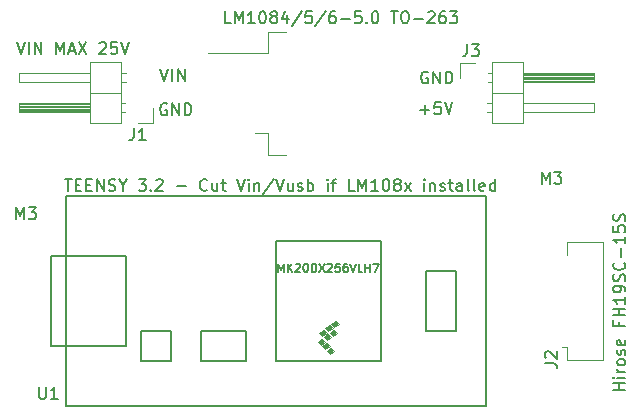
<source format=gbr>
G04 #@! TF.GenerationSoftware,KiCad,Pcbnew,(5.1.5)-2*
G04 #@! TF.CreationDate,2019-12-03T22:48:31+10:00*
G04 #@! TF.ProjectId,teensy-carrier,7465656e-7379-42d6-9361-72726965722e,rev?*
G04 #@! TF.SameCoordinates,Original*
G04 #@! TF.FileFunction,Legend,Top*
G04 #@! TF.FilePolarity,Positive*
%FSLAX46Y46*%
G04 Gerber Fmt 4.6, Leading zero omitted, Abs format (unit mm)*
G04 Created by KiCad (PCBNEW (5.1.5)-2) date 2019-12-03 22:48:31*
%MOMM*%
%LPD*%
G04 APERTURE LIST*
%ADD10C,0.150000*%
%ADD11C,0.120000*%
%ADD12C,0.100000*%
G04 APERTURE END LIST*
D10*
X670190476Y-382952380D02*
X670190476Y-381952380D01*
X670523809Y-382666666D01*
X670857142Y-381952380D01*
X670857142Y-382952380D01*
X671238095Y-381952380D02*
X671857142Y-381952380D01*
X671523809Y-382333333D01*
X671666666Y-382333333D01*
X671761904Y-382380952D01*
X671809523Y-382428571D01*
X671857142Y-382523809D01*
X671857142Y-382761904D01*
X671809523Y-382857142D01*
X671761904Y-382904761D01*
X671666666Y-382952380D01*
X671380952Y-382952380D01*
X671285714Y-382904761D01*
X671238095Y-382857142D01*
X714690476Y-379952380D02*
X714690476Y-378952380D01*
X715023809Y-379666666D01*
X715357142Y-378952380D01*
X715357142Y-379952380D01*
X715738095Y-378952380D02*
X716357142Y-378952380D01*
X716023809Y-379333333D01*
X716166666Y-379333333D01*
X716261904Y-379380952D01*
X716309523Y-379428571D01*
X716357142Y-379523809D01*
X716357142Y-379761904D01*
X716309523Y-379857142D01*
X716261904Y-379904761D01*
X716166666Y-379952380D01*
X715880952Y-379952380D01*
X715785714Y-379904761D01*
X715738095Y-379857142D01*
X721752380Y-397428571D02*
X720752380Y-397428571D01*
X721228571Y-397428571D02*
X721228571Y-396857142D01*
X721752380Y-396857142D02*
X720752380Y-396857142D01*
X721752380Y-396380952D02*
X721085714Y-396380952D01*
X720752380Y-396380952D02*
X720800000Y-396428571D01*
X720847619Y-396380952D01*
X720800000Y-396333333D01*
X720752380Y-396380952D01*
X720847619Y-396380952D01*
X721752380Y-395904761D02*
X721085714Y-395904761D01*
X721276190Y-395904761D02*
X721180952Y-395857142D01*
X721133333Y-395809523D01*
X721085714Y-395714285D01*
X721085714Y-395619047D01*
X721752380Y-395142857D02*
X721704761Y-395238095D01*
X721657142Y-395285714D01*
X721561904Y-395333333D01*
X721276190Y-395333333D01*
X721180952Y-395285714D01*
X721133333Y-395238095D01*
X721085714Y-395142857D01*
X721085714Y-395000000D01*
X721133333Y-394904761D01*
X721180952Y-394857142D01*
X721276190Y-394809523D01*
X721561904Y-394809523D01*
X721657142Y-394857142D01*
X721704761Y-394904761D01*
X721752380Y-395000000D01*
X721752380Y-395142857D01*
X721704761Y-394428571D02*
X721752380Y-394333333D01*
X721752380Y-394142857D01*
X721704761Y-394047619D01*
X721609523Y-394000000D01*
X721561904Y-394000000D01*
X721466666Y-394047619D01*
X721419047Y-394142857D01*
X721419047Y-394285714D01*
X721371428Y-394380952D01*
X721276190Y-394428571D01*
X721228571Y-394428571D01*
X721133333Y-394380952D01*
X721085714Y-394285714D01*
X721085714Y-394142857D01*
X721133333Y-394047619D01*
X721704761Y-393190476D02*
X721752380Y-393285714D01*
X721752380Y-393476190D01*
X721704761Y-393571428D01*
X721609523Y-393619047D01*
X721228571Y-393619047D01*
X721133333Y-393571428D01*
X721085714Y-393476190D01*
X721085714Y-393285714D01*
X721133333Y-393190476D01*
X721228571Y-393142857D01*
X721323809Y-393142857D01*
X721419047Y-393619047D01*
X721228571Y-391619047D02*
X721228571Y-391952380D01*
X721752380Y-391952380D02*
X720752380Y-391952380D01*
X720752380Y-391476190D01*
X721752380Y-391095238D02*
X720752380Y-391095238D01*
X721228571Y-391095238D02*
X721228571Y-390523809D01*
X721752380Y-390523809D02*
X720752380Y-390523809D01*
X721752380Y-389523809D02*
X721752380Y-390095238D01*
X721752380Y-389809523D02*
X720752380Y-389809523D01*
X720895238Y-389904761D01*
X720990476Y-390000000D01*
X721038095Y-390095238D01*
X721752380Y-389047619D02*
X721752380Y-388857142D01*
X721704761Y-388761904D01*
X721657142Y-388714285D01*
X721514285Y-388619047D01*
X721323809Y-388571428D01*
X720942857Y-388571428D01*
X720847619Y-388619047D01*
X720800000Y-388666666D01*
X720752380Y-388761904D01*
X720752380Y-388952380D01*
X720800000Y-389047619D01*
X720847619Y-389095238D01*
X720942857Y-389142857D01*
X721180952Y-389142857D01*
X721276190Y-389095238D01*
X721323809Y-389047619D01*
X721371428Y-388952380D01*
X721371428Y-388761904D01*
X721323809Y-388666666D01*
X721276190Y-388619047D01*
X721180952Y-388571428D01*
X721704761Y-388190476D02*
X721752380Y-388047619D01*
X721752380Y-387809523D01*
X721704761Y-387714285D01*
X721657142Y-387666666D01*
X721561904Y-387619047D01*
X721466666Y-387619047D01*
X721371428Y-387666666D01*
X721323809Y-387714285D01*
X721276190Y-387809523D01*
X721228571Y-388000000D01*
X721180952Y-388095238D01*
X721133333Y-388142857D01*
X721038095Y-388190476D01*
X720942857Y-388190476D01*
X720847619Y-388142857D01*
X720800000Y-388095238D01*
X720752380Y-388000000D01*
X720752380Y-387761904D01*
X720800000Y-387619047D01*
X721657142Y-386619047D02*
X721704761Y-386666666D01*
X721752380Y-386809523D01*
X721752380Y-386904761D01*
X721704761Y-387047619D01*
X721609523Y-387142857D01*
X721514285Y-387190476D01*
X721323809Y-387238095D01*
X721180952Y-387238095D01*
X720990476Y-387190476D01*
X720895238Y-387142857D01*
X720800000Y-387047619D01*
X720752380Y-386904761D01*
X720752380Y-386809523D01*
X720800000Y-386666666D01*
X720847619Y-386619047D01*
X721371428Y-386190476D02*
X721371428Y-385428571D01*
X721752380Y-384428571D02*
X721752380Y-385000000D01*
X721752380Y-384714285D02*
X720752380Y-384714285D01*
X720895238Y-384809523D01*
X720990476Y-384904761D01*
X721038095Y-385000000D01*
X720752380Y-383523809D02*
X720752380Y-384000000D01*
X721228571Y-384047619D01*
X721180952Y-384000000D01*
X721133333Y-383904761D01*
X721133333Y-383666666D01*
X721180952Y-383571428D01*
X721228571Y-383523809D01*
X721323809Y-383476190D01*
X721561904Y-383476190D01*
X721657142Y-383523809D01*
X721704761Y-383571428D01*
X721752380Y-383666666D01*
X721752380Y-383904761D01*
X721704761Y-384000000D01*
X721657142Y-384047619D01*
X721704761Y-383095238D02*
X721752380Y-382952380D01*
X721752380Y-382714285D01*
X721704761Y-382619047D01*
X721657142Y-382571428D01*
X721561904Y-382523809D01*
X721466666Y-382523809D01*
X721371428Y-382571428D01*
X721323809Y-382619047D01*
X721276190Y-382714285D01*
X721228571Y-382904761D01*
X721180952Y-383000000D01*
X721133333Y-383047619D01*
X721038095Y-383095238D01*
X720942857Y-383095238D01*
X720847619Y-383047619D01*
X720800000Y-383000000D01*
X720752380Y-382904761D01*
X720752380Y-382666666D01*
X720800000Y-382523809D01*
X674314285Y-379552380D02*
X674885714Y-379552380D01*
X674600000Y-380552380D02*
X674600000Y-379552380D01*
X675219047Y-380028571D02*
X675552380Y-380028571D01*
X675695238Y-380552380D02*
X675219047Y-380552380D01*
X675219047Y-379552380D01*
X675695238Y-379552380D01*
X676123809Y-380028571D02*
X676457142Y-380028571D01*
X676600000Y-380552380D02*
X676123809Y-380552380D01*
X676123809Y-379552380D01*
X676600000Y-379552380D01*
X677028571Y-380552380D02*
X677028571Y-379552380D01*
X677600000Y-380552380D01*
X677600000Y-379552380D01*
X678028571Y-380504761D02*
X678171428Y-380552380D01*
X678409523Y-380552380D01*
X678504761Y-380504761D01*
X678552380Y-380457142D01*
X678600000Y-380361904D01*
X678600000Y-380266666D01*
X678552380Y-380171428D01*
X678504761Y-380123809D01*
X678409523Y-380076190D01*
X678219047Y-380028571D01*
X678123809Y-379980952D01*
X678076190Y-379933333D01*
X678028571Y-379838095D01*
X678028571Y-379742857D01*
X678076190Y-379647619D01*
X678123809Y-379600000D01*
X678219047Y-379552380D01*
X678457142Y-379552380D01*
X678600000Y-379600000D01*
X679219047Y-380076190D02*
X679219047Y-380552380D01*
X678885714Y-379552380D02*
X679219047Y-380076190D01*
X679552380Y-379552380D01*
X680552380Y-379552380D02*
X681171428Y-379552380D01*
X680838095Y-379933333D01*
X680980952Y-379933333D01*
X681076190Y-379980952D01*
X681123809Y-380028571D01*
X681171428Y-380123809D01*
X681171428Y-380361904D01*
X681123809Y-380457142D01*
X681076190Y-380504761D01*
X680980952Y-380552380D01*
X680695238Y-380552380D01*
X680600000Y-380504761D01*
X680552380Y-380457142D01*
X681600000Y-380457142D02*
X681647619Y-380504761D01*
X681600000Y-380552380D01*
X681552380Y-380504761D01*
X681600000Y-380457142D01*
X681600000Y-380552380D01*
X682028571Y-379647619D02*
X682076190Y-379600000D01*
X682171428Y-379552380D01*
X682409523Y-379552380D01*
X682504761Y-379600000D01*
X682552380Y-379647619D01*
X682600000Y-379742857D01*
X682600000Y-379838095D01*
X682552380Y-379980952D01*
X681980952Y-380552380D01*
X682600000Y-380552380D01*
X683790476Y-380171428D02*
X684552380Y-380171428D01*
X686361904Y-380457142D02*
X686314285Y-380504761D01*
X686171428Y-380552380D01*
X686076190Y-380552380D01*
X685933333Y-380504761D01*
X685838095Y-380409523D01*
X685790476Y-380314285D01*
X685742857Y-380123809D01*
X685742857Y-379980952D01*
X685790476Y-379790476D01*
X685838095Y-379695238D01*
X685933333Y-379600000D01*
X686076190Y-379552380D01*
X686171428Y-379552380D01*
X686314285Y-379600000D01*
X686361904Y-379647619D01*
X687219047Y-379885714D02*
X687219047Y-380552380D01*
X686790476Y-379885714D02*
X686790476Y-380409523D01*
X686838095Y-380504761D01*
X686933333Y-380552380D01*
X687076190Y-380552380D01*
X687171428Y-380504761D01*
X687219047Y-380457142D01*
X687552380Y-379885714D02*
X687933333Y-379885714D01*
X687695238Y-379552380D02*
X687695238Y-380409523D01*
X687742857Y-380504761D01*
X687838095Y-380552380D01*
X687933333Y-380552380D01*
X688885714Y-379552380D02*
X689219047Y-380552380D01*
X689552380Y-379552380D01*
X689885714Y-380552380D02*
X689885714Y-379885714D01*
X689885714Y-379552380D02*
X689838095Y-379600000D01*
X689885714Y-379647619D01*
X689933333Y-379600000D01*
X689885714Y-379552380D01*
X689885714Y-379647619D01*
X690361904Y-379885714D02*
X690361904Y-380552380D01*
X690361904Y-379980952D02*
X690409523Y-379933333D01*
X690504761Y-379885714D01*
X690647619Y-379885714D01*
X690742857Y-379933333D01*
X690790476Y-380028571D01*
X690790476Y-380552380D01*
X691980952Y-379504761D02*
X691123809Y-380790476D01*
X692171428Y-379552380D02*
X692504761Y-380552380D01*
X692838095Y-379552380D01*
X693600000Y-379885714D02*
X693600000Y-380552380D01*
X693171428Y-379885714D02*
X693171428Y-380409523D01*
X693219047Y-380504761D01*
X693314285Y-380552380D01*
X693457142Y-380552380D01*
X693552380Y-380504761D01*
X693600000Y-380457142D01*
X694028571Y-380504761D02*
X694123809Y-380552380D01*
X694314285Y-380552380D01*
X694409523Y-380504761D01*
X694457142Y-380409523D01*
X694457142Y-380361904D01*
X694409523Y-380266666D01*
X694314285Y-380219047D01*
X694171428Y-380219047D01*
X694076190Y-380171428D01*
X694028571Y-380076190D01*
X694028571Y-380028571D01*
X694076190Y-379933333D01*
X694171428Y-379885714D01*
X694314285Y-379885714D01*
X694409523Y-379933333D01*
X694885714Y-380552380D02*
X694885714Y-379552380D01*
X694885714Y-379933333D02*
X694980952Y-379885714D01*
X695171428Y-379885714D01*
X695266666Y-379933333D01*
X695314285Y-379980952D01*
X695361904Y-380076190D01*
X695361904Y-380361904D01*
X695314285Y-380457142D01*
X695266666Y-380504761D01*
X695171428Y-380552380D01*
X694980952Y-380552380D01*
X694885714Y-380504761D01*
X696552380Y-380552380D02*
X696552380Y-379885714D01*
X696552380Y-379552380D02*
X696504761Y-379600000D01*
X696552380Y-379647619D01*
X696600000Y-379600000D01*
X696552380Y-379552380D01*
X696552380Y-379647619D01*
X696885714Y-379885714D02*
X697266666Y-379885714D01*
X697028571Y-380552380D02*
X697028571Y-379695238D01*
X697076190Y-379600000D01*
X697171428Y-379552380D01*
X697266666Y-379552380D01*
X698838095Y-380552380D02*
X698361904Y-380552380D01*
X698361904Y-379552380D01*
X699171428Y-380552380D02*
X699171428Y-379552380D01*
X699504761Y-380266666D01*
X699838095Y-379552380D01*
X699838095Y-380552380D01*
X700838095Y-380552380D02*
X700266666Y-380552380D01*
X700552380Y-380552380D02*
X700552380Y-379552380D01*
X700457142Y-379695238D01*
X700361904Y-379790476D01*
X700266666Y-379838095D01*
X701457142Y-379552380D02*
X701552380Y-379552380D01*
X701647619Y-379600000D01*
X701695238Y-379647619D01*
X701742857Y-379742857D01*
X701790476Y-379933333D01*
X701790476Y-380171428D01*
X701742857Y-380361904D01*
X701695238Y-380457142D01*
X701647619Y-380504761D01*
X701552380Y-380552380D01*
X701457142Y-380552380D01*
X701361904Y-380504761D01*
X701314285Y-380457142D01*
X701266666Y-380361904D01*
X701219047Y-380171428D01*
X701219047Y-379933333D01*
X701266666Y-379742857D01*
X701314285Y-379647619D01*
X701361904Y-379600000D01*
X701457142Y-379552380D01*
X702361904Y-379980952D02*
X702266666Y-379933333D01*
X702219047Y-379885714D01*
X702171428Y-379790476D01*
X702171428Y-379742857D01*
X702219047Y-379647619D01*
X702266666Y-379600000D01*
X702361904Y-379552380D01*
X702552380Y-379552380D01*
X702647619Y-379600000D01*
X702695238Y-379647619D01*
X702742857Y-379742857D01*
X702742857Y-379790476D01*
X702695238Y-379885714D01*
X702647619Y-379933333D01*
X702552380Y-379980952D01*
X702361904Y-379980952D01*
X702266666Y-380028571D01*
X702219047Y-380076190D01*
X702171428Y-380171428D01*
X702171428Y-380361904D01*
X702219047Y-380457142D01*
X702266666Y-380504761D01*
X702361904Y-380552380D01*
X702552380Y-380552380D01*
X702647619Y-380504761D01*
X702695238Y-380457142D01*
X702742857Y-380361904D01*
X702742857Y-380171428D01*
X702695238Y-380076190D01*
X702647619Y-380028571D01*
X702552380Y-379980952D01*
X703076190Y-380552380D02*
X703600000Y-379885714D01*
X703076190Y-379885714D02*
X703600000Y-380552380D01*
X704742857Y-380552380D02*
X704742857Y-379885714D01*
X704742857Y-379552380D02*
X704695238Y-379600000D01*
X704742857Y-379647619D01*
X704790476Y-379600000D01*
X704742857Y-379552380D01*
X704742857Y-379647619D01*
X705219047Y-379885714D02*
X705219047Y-380552380D01*
X705219047Y-379980952D02*
X705266666Y-379933333D01*
X705361904Y-379885714D01*
X705504761Y-379885714D01*
X705600000Y-379933333D01*
X705647619Y-380028571D01*
X705647619Y-380552380D01*
X706076190Y-380504761D02*
X706171428Y-380552380D01*
X706361904Y-380552380D01*
X706457142Y-380504761D01*
X706504761Y-380409523D01*
X706504761Y-380361904D01*
X706457142Y-380266666D01*
X706361904Y-380219047D01*
X706219047Y-380219047D01*
X706123809Y-380171428D01*
X706076190Y-380076190D01*
X706076190Y-380028571D01*
X706123809Y-379933333D01*
X706219047Y-379885714D01*
X706361904Y-379885714D01*
X706457142Y-379933333D01*
X706790476Y-379885714D02*
X707171428Y-379885714D01*
X706933333Y-379552380D02*
X706933333Y-380409523D01*
X706980952Y-380504761D01*
X707076190Y-380552380D01*
X707171428Y-380552380D01*
X707933333Y-380552380D02*
X707933333Y-380028571D01*
X707885714Y-379933333D01*
X707790476Y-379885714D01*
X707600000Y-379885714D01*
X707504761Y-379933333D01*
X707933333Y-380504761D02*
X707838095Y-380552380D01*
X707600000Y-380552380D01*
X707504761Y-380504761D01*
X707457142Y-380409523D01*
X707457142Y-380314285D01*
X707504761Y-380219047D01*
X707600000Y-380171428D01*
X707838095Y-380171428D01*
X707933333Y-380123809D01*
X708552380Y-380552380D02*
X708457142Y-380504761D01*
X708409523Y-380409523D01*
X708409523Y-379552380D01*
X709076190Y-380552380D02*
X708980952Y-380504761D01*
X708933333Y-380409523D01*
X708933333Y-379552380D01*
X709838095Y-380504761D02*
X709742857Y-380552380D01*
X709552380Y-380552380D01*
X709457142Y-380504761D01*
X709409523Y-380409523D01*
X709409523Y-380028571D01*
X709457142Y-379933333D01*
X709552380Y-379885714D01*
X709742857Y-379885714D01*
X709838095Y-379933333D01*
X709885714Y-380028571D01*
X709885714Y-380123809D01*
X709409523Y-380219047D01*
X710742857Y-380552380D02*
X710742857Y-379552380D01*
X710742857Y-380504761D02*
X710647619Y-380552380D01*
X710457142Y-380552380D01*
X710361904Y-380504761D01*
X710314285Y-380457142D01*
X710266666Y-380361904D01*
X710266666Y-380076190D01*
X710314285Y-379980952D01*
X710361904Y-379933333D01*
X710457142Y-379885714D01*
X710647619Y-379885714D01*
X710742857Y-379933333D01*
X688390476Y-366352380D02*
X687914285Y-366352380D01*
X687914285Y-365352380D01*
X688723809Y-366352380D02*
X688723809Y-365352380D01*
X689057142Y-366066666D01*
X689390476Y-365352380D01*
X689390476Y-366352380D01*
X690390476Y-366352380D02*
X689819047Y-366352380D01*
X690104761Y-366352380D02*
X690104761Y-365352380D01*
X690009523Y-365495238D01*
X689914285Y-365590476D01*
X689819047Y-365638095D01*
X691009523Y-365352380D02*
X691104761Y-365352380D01*
X691200000Y-365400000D01*
X691247619Y-365447619D01*
X691295238Y-365542857D01*
X691342857Y-365733333D01*
X691342857Y-365971428D01*
X691295238Y-366161904D01*
X691247619Y-366257142D01*
X691200000Y-366304761D01*
X691104761Y-366352380D01*
X691009523Y-366352380D01*
X690914285Y-366304761D01*
X690866666Y-366257142D01*
X690819047Y-366161904D01*
X690771428Y-365971428D01*
X690771428Y-365733333D01*
X690819047Y-365542857D01*
X690866666Y-365447619D01*
X690914285Y-365400000D01*
X691009523Y-365352380D01*
X691914285Y-365780952D02*
X691819047Y-365733333D01*
X691771428Y-365685714D01*
X691723809Y-365590476D01*
X691723809Y-365542857D01*
X691771428Y-365447619D01*
X691819047Y-365400000D01*
X691914285Y-365352380D01*
X692104761Y-365352380D01*
X692200000Y-365400000D01*
X692247619Y-365447619D01*
X692295238Y-365542857D01*
X692295238Y-365590476D01*
X692247619Y-365685714D01*
X692200000Y-365733333D01*
X692104761Y-365780952D01*
X691914285Y-365780952D01*
X691819047Y-365828571D01*
X691771428Y-365876190D01*
X691723809Y-365971428D01*
X691723809Y-366161904D01*
X691771428Y-366257142D01*
X691819047Y-366304761D01*
X691914285Y-366352380D01*
X692104761Y-366352380D01*
X692200000Y-366304761D01*
X692247619Y-366257142D01*
X692295238Y-366161904D01*
X692295238Y-365971428D01*
X692247619Y-365876190D01*
X692200000Y-365828571D01*
X692104761Y-365780952D01*
X693152380Y-365685714D02*
X693152380Y-366352380D01*
X692914285Y-365304761D02*
X692676190Y-366019047D01*
X693295238Y-366019047D01*
X694390476Y-365304761D02*
X693533333Y-366590476D01*
X695200000Y-365352380D02*
X694723809Y-365352380D01*
X694676190Y-365828571D01*
X694723809Y-365780952D01*
X694819047Y-365733333D01*
X695057142Y-365733333D01*
X695152380Y-365780952D01*
X695200000Y-365828571D01*
X695247619Y-365923809D01*
X695247619Y-366161904D01*
X695200000Y-366257142D01*
X695152380Y-366304761D01*
X695057142Y-366352380D01*
X694819047Y-366352380D01*
X694723809Y-366304761D01*
X694676190Y-366257142D01*
X696390476Y-365304761D02*
X695533333Y-366590476D01*
X697152380Y-365352380D02*
X696961904Y-365352380D01*
X696866666Y-365400000D01*
X696819047Y-365447619D01*
X696723809Y-365590476D01*
X696676190Y-365780952D01*
X696676190Y-366161904D01*
X696723809Y-366257142D01*
X696771428Y-366304761D01*
X696866666Y-366352380D01*
X697057142Y-366352380D01*
X697152380Y-366304761D01*
X697200000Y-366257142D01*
X697247619Y-366161904D01*
X697247619Y-365923809D01*
X697200000Y-365828571D01*
X697152380Y-365780952D01*
X697057142Y-365733333D01*
X696866666Y-365733333D01*
X696771428Y-365780952D01*
X696723809Y-365828571D01*
X696676190Y-365923809D01*
X697676190Y-365971428D02*
X698438095Y-365971428D01*
X699390476Y-365352380D02*
X698914285Y-365352380D01*
X698866666Y-365828571D01*
X698914285Y-365780952D01*
X699009523Y-365733333D01*
X699247619Y-365733333D01*
X699342857Y-365780952D01*
X699390476Y-365828571D01*
X699438095Y-365923809D01*
X699438095Y-366161904D01*
X699390476Y-366257142D01*
X699342857Y-366304761D01*
X699247619Y-366352380D01*
X699009523Y-366352380D01*
X698914285Y-366304761D01*
X698866666Y-366257142D01*
X699866666Y-366257142D02*
X699914285Y-366304761D01*
X699866666Y-366352380D01*
X699819047Y-366304761D01*
X699866666Y-366257142D01*
X699866666Y-366352380D01*
X700533333Y-365352380D02*
X700628571Y-365352380D01*
X700723809Y-365400000D01*
X700771428Y-365447619D01*
X700819047Y-365542857D01*
X700866666Y-365733333D01*
X700866666Y-365971428D01*
X700819047Y-366161904D01*
X700771428Y-366257142D01*
X700723809Y-366304761D01*
X700628571Y-366352380D01*
X700533333Y-366352380D01*
X700438095Y-366304761D01*
X700390476Y-366257142D01*
X700342857Y-366161904D01*
X700295238Y-365971428D01*
X700295238Y-365733333D01*
X700342857Y-365542857D01*
X700390476Y-365447619D01*
X700438095Y-365400000D01*
X700533333Y-365352380D01*
X701914285Y-365352380D02*
X702485714Y-365352380D01*
X702200000Y-366352380D02*
X702200000Y-365352380D01*
X703009523Y-365352380D02*
X703200000Y-365352380D01*
X703295238Y-365400000D01*
X703390476Y-365495238D01*
X703438095Y-365685714D01*
X703438095Y-366019047D01*
X703390476Y-366209523D01*
X703295238Y-366304761D01*
X703200000Y-366352380D01*
X703009523Y-366352380D01*
X702914285Y-366304761D01*
X702819047Y-366209523D01*
X702771428Y-366019047D01*
X702771428Y-365685714D01*
X702819047Y-365495238D01*
X702914285Y-365400000D01*
X703009523Y-365352380D01*
X703866666Y-365971428D02*
X704628571Y-365971428D01*
X705057142Y-365447619D02*
X705104761Y-365400000D01*
X705200000Y-365352380D01*
X705438095Y-365352380D01*
X705533333Y-365400000D01*
X705580952Y-365447619D01*
X705628571Y-365542857D01*
X705628571Y-365638095D01*
X705580952Y-365780952D01*
X705009523Y-366352380D01*
X705628571Y-366352380D01*
X706485714Y-365352380D02*
X706295238Y-365352380D01*
X706200000Y-365400000D01*
X706152380Y-365447619D01*
X706057142Y-365590476D01*
X706009523Y-365780952D01*
X706009523Y-366161904D01*
X706057142Y-366257142D01*
X706104761Y-366304761D01*
X706200000Y-366352380D01*
X706390476Y-366352380D01*
X706485714Y-366304761D01*
X706533333Y-366257142D01*
X706580952Y-366161904D01*
X706580952Y-365923809D01*
X706533333Y-365828571D01*
X706485714Y-365780952D01*
X706390476Y-365733333D01*
X706200000Y-365733333D01*
X706104761Y-365780952D01*
X706057142Y-365828571D01*
X706009523Y-365923809D01*
X706914285Y-365352380D02*
X707533333Y-365352380D01*
X707200000Y-365733333D01*
X707342857Y-365733333D01*
X707438095Y-365780952D01*
X707485714Y-365828571D01*
X707533333Y-365923809D01*
X707533333Y-366161904D01*
X707485714Y-366257142D01*
X707438095Y-366304761D01*
X707342857Y-366352380D01*
X707057142Y-366352380D01*
X706961904Y-366304761D01*
X706914285Y-366257142D01*
X682404761Y-370252380D02*
X682738095Y-371252380D01*
X683071428Y-370252380D01*
X683404761Y-371252380D02*
X683404761Y-370252380D01*
X683880952Y-371252380D02*
X683880952Y-370252380D01*
X684452380Y-371252380D01*
X684452380Y-370252380D01*
X704414285Y-373671428D02*
X705176190Y-373671428D01*
X704795238Y-374052380D02*
X704795238Y-373290476D01*
X706128571Y-373052380D02*
X705652380Y-373052380D01*
X705604761Y-373528571D01*
X705652380Y-373480952D01*
X705747619Y-373433333D01*
X705985714Y-373433333D01*
X706080952Y-373480952D01*
X706128571Y-373528571D01*
X706176190Y-373623809D01*
X706176190Y-373861904D01*
X706128571Y-373957142D01*
X706080952Y-374004761D01*
X705985714Y-374052380D01*
X705747619Y-374052380D01*
X705652380Y-374004761D01*
X705604761Y-373957142D01*
X706461904Y-373052380D02*
X706795238Y-374052380D01*
X707128571Y-373052380D01*
X705038095Y-370500000D02*
X704942857Y-370452380D01*
X704800000Y-370452380D01*
X704657142Y-370500000D01*
X704561904Y-370595238D01*
X704514285Y-370690476D01*
X704466666Y-370880952D01*
X704466666Y-371023809D01*
X704514285Y-371214285D01*
X704561904Y-371309523D01*
X704657142Y-371404761D01*
X704800000Y-371452380D01*
X704895238Y-371452380D01*
X705038095Y-371404761D01*
X705085714Y-371357142D01*
X705085714Y-371023809D01*
X704895238Y-371023809D01*
X705514285Y-371452380D02*
X705514285Y-370452380D01*
X706085714Y-371452380D01*
X706085714Y-370452380D01*
X706561904Y-371452380D02*
X706561904Y-370452380D01*
X706800000Y-370452380D01*
X706942857Y-370500000D01*
X707038095Y-370595238D01*
X707085714Y-370690476D01*
X707133333Y-370880952D01*
X707133333Y-371023809D01*
X707085714Y-371214285D01*
X707038095Y-371309523D01*
X706942857Y-371404761D01*
X706800000Y-371452380D01*
X706561904Y-371452380D01*
X682938095Y-373200000D02*
X682842857Y-373152380D01*
X682700000Y-373152380D01*
X682557142Y-373200000D01*
X682461904Y-373295238D01*
X682414285Y-373390476D01*
X682366666Y-373580952D01*
X682366666Y-373723809D01*
X682414285Y-373914285D01*
X682461904Y-374009523D01*
X682557142Y-374104761D01*
X682700000Y-374152380D01*
X682795238Y-374152380D01*
X682938095Y-374104761D01*
X682985714Y-374057142D01*
X682985714Y-373723809D01*
X682795238Y-373723809D01*
X683414285Y-374152380D02*
X683414285Y-373152380D01*
X683985714Y-374152380D01*
X683985714Y-373152380D01*
X684461904Y-374152380D02*
X684461904Y-373152380D01*
X684700000Y-373152380D01*
X684842857Y-373200000D01*
X684938095Y-373295238D01*
X684985714Y-373390476D01*
X685033333Y-373580952D01*
X685033333Y-373723809D01*
X684985714Y-373914285D01*
X684938095Y-374009523D01*
X684842857Y-374104761D01*
X684700000Y-374152380D01*
X684461904Y-374152380D01*
X670285714Y-367952380D02*
X670619047Y-368952380D01*
X670952380Y-367952380D01*
X671285714Y-368952380D02*
X671285714Y-367952380D01*
X671761904Y-368952380D02*
X671761904Y-367952380D01*
X672333333Y-368952380D01*
X672333333Y-367952380D01*
X673571428Y-368952380D02*
X673571428Y-367952380D01*
X673904761Y-368666666D01*
X674238095Y-367952380D01*
X674238095Y-368952380D01*
X674666666Y-368666666D02*
X675142857Y-368666666D01*
X674571428Y-368952380D02*
X674904761Y-367952380D01*
X675238095Y-368952380D01*
X675476190Y-367952380D02*
X676142857Y-368952380D01*
X676142857Y-367952380D02*
X675476190Y-368952380D01*
X677238095Y-368047619D02*
X677285714Y-368000000D01*
X677380952Y-367952380D01*
X677619047Y-367952380D01*
X677714285Y-368000000D01*
X677761904Y-368047619D01*
X677809523Y-368142857D01*
X677809523Y-368238095D01*
X677761904Y-368380952D01*
X677190476Y-368952380D01*
X677809523Y-368952380D01*
X678714285Y-367952380D02*
X678238095Y-367952380D01*
X678190476Y-368428571D01*
X678238095Y-368380952D01*
X678333333Y-368333333D01*
X678571428Y-368333333D01*
X678666666Y-368380952D01*
X678714285Y-368428571D01*
X678761904Y-368523809D01*
X678761904Y-368761904D01*
X678714285Y-368857142D01*
X678666666Y-368904761D01*
X678571428Y-368952380D01*
X678333333Y-368952380D01*
X678238095Y-368904761D01*
X678190476Y-368857142D01*
X679047619Y-367952380D02*
X679380952Y-368952380D01*
X679714285Y-367952380D01*
D11*
X691550000Y-375665000D02*
X690450000Y-375665000D01*
X691550000Y-377475000D02*
X691550000Y-375665000D01*
X693050000Y-377475000D02*
X691550000Y-377475000D01*
X691550000Y-368885000D02*
X686425000Y-368885000D01*
X691550000Y-367075000D02*
X691550000Y-368885000D01*
X693050000Y-367075000D02*
X691550000Y-367075000D01*
X707730000Y-369690000D02*
X709000000Y-369690000D01*
X707730000Y-370960000D02*
X707730000Y-369690000D01*
X710042929Y-373880000D02*
X710440000Y-373880000D01*
X710042929Y-373120000D02*
X710440000Y-373120000D01*
X719100000Y-373880000D02*
X713100000Y-373880000D01*
X719100000Y-373120000D02*
X719100000Y-373880000D01*
X713100000Y-373120000D02*
X719100000Y-373120000D01*
X710440000Y-372230000D02*
X713100000Y-372230000D01*
X710110000Y-371340000D02*
X710440000Y-371340000D01*
X710110000Y-370580000D02*
X710440000Y-370580000D01*
X713100000Y-371240000D02*
X719100000Y-371240000D01*
X713100000Y-371120000D02*
X719100000Y-371120000D01*
X713100000Y-371000000D02*
X719100000Y-371000000D01*
X713100000Y-370880000D02*
X719100000Y-370880000D01*
X713100000Y-370760000D02*
X719100000Y-370760000D01*
X713100000Y-370640000D02*
X719100000Y-370640000D01*
X719100000Y-371340000D02*
X713100000Y-371340000D01*
X719100000Y-370580000D02*
X719100000Y-371340000D01*
X713100000Y-370580000D02*
X719100000Y-370580000D01*
X713100000Y-369630000D02*
X710440000Y-369630000D01*
X713100000Y-374830000D02*
X713100000Y-369630000D01*
X710440000Y-374830000D02*
X713100000Y-374830000D01*
X710440000Y-369630000D02*
X710440000Y-374830000D01*
D12*
G36*
X696976000Y-392811000D02*
G01*
X696722000Y-392557000D01*
X697103000Y-392303000D01*
X697357000Y-392557000D01*
X696976000Y-392811000D01*
G37*
X696976000Y-392811000D02*
X696722000Y-392557000D01*
X697103000Y-392303000D01*
X697357000Y-392557000D01*
X696976000Y-392811000D01*
G36*
X695960000Y-393573000D02*
G01*
X695706000Y-393319000D01*
X696087000Y-393065000D01*
X696341000Y-393319000D01*
X695960000Y-393573000D01*
G37*
X695960000Y-393573000D02*
X695706000Y-393319000D01*
X696087000Y-393065000D01*
X696341000Y-393319000D01*
X695960000Y-393573000D01*
G36*
X696722000Y-394335000D02*
G01*
X696468000Y-394081000D01*
X696849000Y-393827000D01*
X697103000Y-394081000D01*
X696722000Y-394335000D01*
G37*
X696722000Y-394335000D02*
X696468000Y-394081000D01*
X696849000Y-393827000D01*
X697103000Y-394081000D01*
X696722000Y-394335000D01*
G36*
X696595000Y-392430000D02*
G01*
X696341000Y-392176000D01*
X696722000Y-391922000D01*
X696976000Y-392176000D01*
X696595000Y-392430000D01*
G37*
X696595000Y-392430000D02*
X696341000Y-392176000D01*
X696722000Y-391922000D01*
X696976000Y-392176000D01*
X696595000Y-392430000D01*
G36*
X696341000Y-393954000D02*
G01*
X696087000Y-393700000D01*
X696468000Y-393446000D01*
X696722000Y-393700000D01*
X696341000Y-393954000D01*
G37*
X696341000Y-393954000D02*
X696087000Y-393700000D01*
X696468000Y-393446000D01*
X696722000Y-393700000D01*
X696341000Y-393954000D01*
G36*
X697103000Y-392049000D02*
G01*
X696849000Y-391795000D01*
X697230000Y-391541000D01*
X697484000Y-391795000D01*
X697103000Y-392049000D01*
G37*
X697103000Y-392049000D02*
X696849000Y-391795000D01*
X697230000Y-391541000D01*
X697484000Y-391795000D01*
X697103000Y-392049000D01*
G36*
X696468000Y-393192000D02*
G01*
X696214000Y-392938000D01*
X696595000Y-392684000D01*
X696849000Y-392938000D01*
X696468000Y-393192000D01*
G37*
X696468000Y-393192000D02*
X696214000Y-392938000D01*
X696595000Y-392684000D01*
X696849000Y-392938000D01*
X696468000Y-393192000D01*
G36*
X696087000Y-392811000D02*
G01*
X695833000Y-392557000D01*
X696214000Y-392303000D01*
X696468000Y-392557000D01*
X696087000Y-392811000D01*
G37*
X696087000Y-392811000D02*
X695833000Y-392557000D01*
X696214000Y-392303000D01*
X696468000Y-392557000D01*
X696087000Y-392811000D01*
D10*
X674370000Y-398780000D02*
X674370000Y-381000000D01*
X709930000Y-398780000D02*
X674370000Y-398780000D01*
X709930000Y-381000000D02*
X709930000Y-398780000D01*
X674370000Y-381000000D02*
X709930000Y-381000000D01*
X701040000Y-394970000D02*
X692150000Y-394970000D01*
X701040000Y-384810000D02*
X692150000Y-384810000D01*
X692150000Y-384810000D02*
X692150000Y-394970000D01*
X701040000Y-394970000D02*
X701040000Y-384810000D01*
X704850000Y-387350000D02*
X707390000Y-387350000D01*
X704850000Y-392430000D02*
X704850000Y-387350000D01*
X707390000Y-392430000D02*
X704850000Y-392430000D01*
X707390000Y-387350000D02*
X707390000Y-392430000D01*
X680720000Y-392430000D02*
X680720000Y-394970000D01*
X683260000Y-392430000D02*
X680720000Y-392430000D01*
X683260000Y-394970000D02*
X683260000Y-392430000D01*
X680720000Y-394970000D02*
X683260000Y-394970000D01*
X679450000Y-393700000D02*
X674370000Y-393700000D01*
X679450000Y-386080000D02*
X674370000Y-386080000D01*
X679450000Y-393700000D02*
X679450000Y-386080000D01*
X685800000Y-392430000D02*
X685800000Y-394970000D01*
X689610000Y-392430000D02*
X685800000Y-392430000D01*
X689610000Y-394970000D02*
X689610000Y-392430000D01*
X685800000Y-394970000D02*
X689610000Y-394970000D01*
X673100000Y-386080000D02*
X674370000Y-386080000D01*
X673100000Y-393700000D02*
X673100000Y-386080000D01*
X674370000Y-393700000D02*
X673100000Y-393700000D01*
D11*
X716800000Y-393790000D02*
X716400000Y-393790000D01*
X719850000Y-394890000D02*
X719850000Y-384890000D01*
X716800000Y-384890000D02*
X719850000Y-384890000D01*
X716800000Y-385990000D02*
X716800000Y-384890000D01*
X716800000Y-394890000D02*
X719850000Y-394890000D01*
X716800000Y-393790000D02*
X716800000Y-394890000D01*
X681770000Y-374770000D02*
X680500000Y-374770000D01*
X681770000Y-373500000D02*
X681770000Y-374770000D01*
X679457071Y-370580000D02*
X679060000Y-370580000D01*
X679457071Y-371340000D02*
X679060000Y-371340000D01*
X670400000Y-370580000D02*
X676400000Y-370580000D01*
X670400000Y-371340000D02*
X670400000Y-370580000D01*
X676400000Y-371340000D02*
X670400000Y-371340000D01*
X679060000Y-372230000D02*
X676400000Y-372230000D01*
X679390000Y-373120000D02*
X679060000Y-373120000D01*
X679390000Y-373880000D02*
X679060000Y-373880000D01*
X676400000Y-373220000D02*
X670400000Y-373220000D01*
X676400000Y-373340000D02*
X670400000Y-373340000D01*
X676400000Y-373460000D02*
X670400000Y-373460000D01*
X676400000Y-373580000D02*
X670400000Y-373580000D01*
X676400000Y-373700000D02*
X670400000Y-373700000D01*
X676400000Y-373820000D02*
X670400000Y-373820000D01*
X670400000Y-373120000D02*
X676400000Y-373120000D01*
X670400000Y-373880000D02*
X670400000Y-373120000D01*
X676400000Y-373880000D02*
X670400000Y-373880000D01*
X676400000Y-374830000D02*
X679060000Y-374830000D01*
X676400000Y-369630000D02*
X676400000Y-374830000D01*
X679060000Y-369630000D02*
X676400000Y-369630000D01*
X679060000Y-374830000D02*
X679060000Y-369630000D01*
D10*
X708366666Y-368142380D02*
X708366666Y-368856666D01*
X708319047Y-368999523D01*
X708223809Y-369094761D01*
X708080952Y-369142380D01*
X707985714Y-369142380D01*
X708747619Y-368142380D02*
X709366666Y-368142380D01*
X709033333Y-368523333D01*
X709176190Y-368523333D01*
X709271428Y-368570952D01*
X709319047Y-368618571D01*
X709366666Y-368713809D01*
X709366666Y-368951904D01*
X709319047Y-369047142D01*
X709271428Y-369094761D01*
X709176190Y-369142380D01*
X708890476Y-369142380D01*
X708795238Y-369094761D01*
X708747619Y-369047142D01*
X672138095Y-397152380D02*
X672138095Y-397961904D01*
X672185714Y-398057142D01*
X672233333Y-398104761D01*
X672328571Y-398152380D01*
X672519047Y-398152380D01*
X672614285Y-398104761D01*
X672661904Y-398057142D01*
X672709523Y-397961904D01*
X672709523Y-397152380D01*
X673709523Y-398152380D02*
X673138095Y-398152380D01*
X673423809Y-398152380D02*
X673423809Y-397152380D01*
X673328571Y-397295238D01*
X673233333Y-397390476D01*
X673138095Y-397438095D01*
X692378333Y-387412666D02*
X692378333Y-386712666D01*
X692611666Y-387212666D01*
X692845000Y-386712666D01*
X692845000Y-387412666D01*
X693178333Y-387412666D02*
X693178333Y-386712666D01*
X693578333Y-387412666D02*
X693278333Y-387012666D01*
X693578333Y-386712666D02*
X693178333Y-387112666D01*
X693845000Y-386779333D02*
X693878333Y-386746000D01*
X693945000Y-386712666D01*
X694111666Y-386712666D01*
X694178333Y-386746000D01*
X694211666Y-386779333D01*
X694245000Y-386846000D01*
X694245000Y-386912666D01*
X694211666Y-387012666D01*
X693811666Y-387412666D01*
X694245000Y-387412666D01*
X694678333Y-386712666D02*
X694745000Y-386712666D01*
X694811666Y-386746000D01*
X694845000Y-386779333D01*
X694878333Y-386846000D01*
X694911666Y-386979333D01*
X694911666Y-387146000D01*
X694878333Y-387279333D01*
X694845000Y-387346000D01*
X694811666Y-387379333D01*
X694745000Y-387412666D01*
X694678333Y-387412666D01*
X694611666Y-387379333D01*
X694578333Y-387346000D01*
X694545000Y-387279333D01*
X694511666Y-387146000D01*
X694511666Y-386979333D01*
X694545000Y-386846000D01*
X694578333Y-386779333D01*
X694611666Y-386746000D01*
X694678333Y-386712666D01*
X695211666Y-387412666D02*
X695211666Y-386712666D01*
X695378333Y-386712666D01*
X695478333Y-386746000D01*
X695545000Y-386812666D01*
X695578333Y-386879333D01*
X695611666Y-387012666D01*
X695611666Y-387112666D01*
X695578333Y-387246000D01*
X695545000Y-387312666D01*
X695478333Y-387379333D01*
X695378333Y-387412666D01*
X695211666Y-387412666D01*
X695845000Y-386712666D02*
X696311666Y-387412666D01*
X696311666Y-386712666D02*
X695845000Y-387412666D01*
X696545000Y-386779333D02*
X696578333Y-386746000D01*
X696645000Y-386712666D01*
X696811666Y-386712666D01*
X696878333Y-386746000D01*
X696911666Y-386779333D01*
X696945000Y-386846000D01*
X696945000Y-386912666D01*
X696911666Y-387012666D01*
X696511666Y-387412666D01*
X696945000Y-387412666D01*
X697578333Y-386712666D02*
X697245000Y-386712666D01*
X697211666Y-387046000D01*
X697245000Y-387012666D01*
X697311666Y-386979333D01*
X697478333Y-386979333D01*
X697545000Y-387012666D01*
X697578333Y-387046000D01*
X697611666Y-387112666D01*
X697611666Y-387279333D01*
X697578333Y-387346000D01*
X697545000Y-387379333D01*
X697478333Y-387412666D01*
X697311666Y-387412666D01*
X697245000Y-387379333D01*
X697211666Y-387346000D01*
X698211666Y-386712666D02*
X698078333Y-386712666D01*
X698011666Y-386746000D01*
X697978333Y-386779333D01*
X697911666Y-386879333D01*
X697878333Y-387012666D01*
X697878333Y-387279333D01*
X697911666Y-387346000D01*
X697945000Y-387379333D01*
X698011666Y-387412666D01*
X698145000Y-387412666D01*
X698211666Y-387379333D01*
X698245000Y-387346000D01*
X698278333Y-387279333D01*
X698278333Y-387112666D01*
X698245000Y-387046000D01*
X698211666Y-387012666D01*
X698145000Y-386979333D01*
X698011666Y-386979333D01*
X697945000Y-387012666D01*
X697911666Y-387046000D01*
X697878333Y-387112666D01*
X698478333Y-386712666D02*
X698711666Y-387412666D01*
X698945000Y-386712666D01*
X699511666Y-387412666D02*
X699178333Y-387412666D01*
X699178333Y-386712666D01*
X699745000Y-387412666D02*
X699745000Y-386712666D01*
X699745000Y-387046000D02*
X700145000Y-387046000D01*
X700145000Y-387412666D02*
X700145000Y-386712666D01*
X700411666Y-386712666D02*
X700878333Y-386712666D01*
X700578333Y-387412666D01*
X714952380Y-395133333D02*
X715666666Y-395133333D01*
X715809523Y-395180952D01*
X715904761Y-395276190D01*
X715952380Y-395419047D01*
X715952380Y-395514285D01*
X715047619Y-394704761D02*
X715000000Y-394657142D01*
X714952380Y-394561904D01*
X714952380Y-394323809D01*
X715000000Y-394228571D01*
X715047619Y-394180952D01*
X715142857Y-394133333D01*
X715238095Y-394133333D01*
X715380952Y-394180952D01*
X715952380Y-394752380D01*
X715952380Y-394133333D01*
X680166666Y-375252380D02*
X680166666Y-375966666D01*
X680119047Y-376109523D01*
X680023809Y-376204761D01*
X679880952Y-376252380D01*
X679785714Y-376252380D01*
X681166666Y-376252380D02*
X680595238Y-376252380D01*
X680880952Y-376252380D02*
X680880952Y-375252380D01*
X680785714Y-375395238D01*
X680690476Y-375490476D01*
X680595238Y-375538095D01*
M02*

</source>
